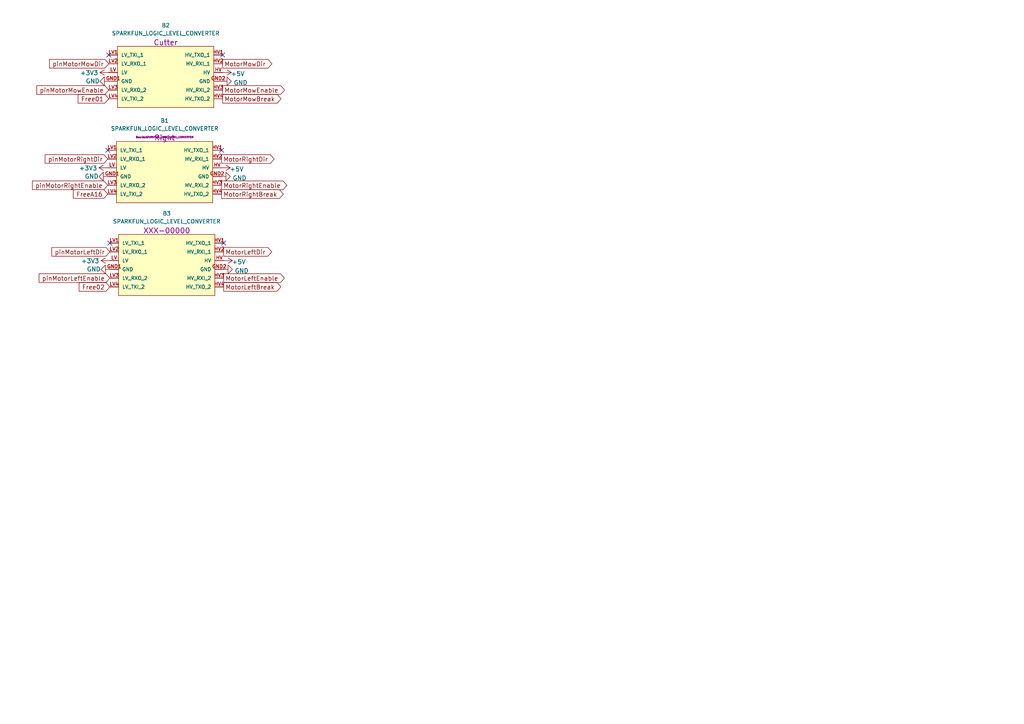
<source format=kicad_sch>
(kicad_sch (version 20211123) (generator eeschema)
  (paper "A4")
  (lib_symbols
    (symbol "SparkFun-Boards:SPARKFUN_LOGIC_LEVEL_CONVERTER" (pin_names (offset 1.016))
      (property "Reference" "B" (at -13.97 11.43 0))
      (property "Value" "SPARKFUN_LOGIC_LEVEL_CONVERTER" (at -13.97 -10.16 0))
      (property "Field4" "XXX-00000" (at 0 12.7 0))
      (symbol "SPARKFUN_LOGIC_LEVEL_CONVERTER_1_1"
        (polyline (pts (xy -13.97 -7.62) (xy -13.97 10.16) (xy 13.97 10.16) (xy 13.97 -7.62) (xy -13.97 -7.62)) (fill (type background)))
        (pin power_in line (at -16.51 0 0) (length 2.54) (name "GND") (number "GND1"))
        (pin power_in line (at 16.51 0 180) (length 2.54) (name "GND") (number "GND2"))
        (pin power_in line (at 16.51 2.54 180) (length 2.54) (name "HV") (number "HV"))
        (pin bidirectional line (at 16.51 7.62 180) (length 2.54) (name "HV_TXO_1") (number "HV1"))
        (pin bidirectional line (at 16.51 5.08 180) (length 2.54) (name "HV_RXI_1") (number "HV2"))
        (pin bidirectional line (at 16.51 -2.54 180) (length 2.54) (name "HV_RXI_2") (number "HV3"))
        (pin bidirectional line (at 16.51 -5.08 180) (length 2.54) (name "HV_TXO_2") (number "HV4"))
        (pin power_in line (at -16.51 2.54 0) (length 2.54) (name "LV") (number "LV"))
        (pin bidirectional line (at -16.51 7.62 0) (length 2.54) (name "LV_TXI_1") (number "LV1"))
        (pin bidirectional line (at -16.51 5.08 0) (length 2.54) (name "LV_RXO_1") (number "LV2"))
        (pin bidirectional line (at -16.51 -2.54 0) (length 2.54) (name "LV_RXO_2") (number "LV3"))
        (pin bidirectional line (at -16.51 -5.08 0) (length 2.54) (name "LV_TXI_2") (number "LV4"))
      )
    )
    (symbol "power:+3.3V" (power) (pin_names (offset 0))
      (property "Value" "+3.3V" (at 0 3.556 0))
      (symbol "+3.3V_0_1"
        (polyline (pts (xy -0.762 1.27) (xy 0 2.54)))
        (polyline (pts (xy 0 0) (xy 0 2.54)))
        (polyline (pts (xy 0 2.54) (xy 0.762 1.27)))
      )
      (symbol "+3.3V_1_1"
        (pin power_in line (at 0 0 90) (length 0) hide (name "+3V3") (number "1"))
      )
    )
    (symbol "power:+5V" (power) (pin_names (offset 0))
      (property "Value" "+5V" (at 0 3.556 0))
      (symbol "+5V_0_1"
        (polyline (pts (xy -0.762 1.27) (xy 0 2.54)))
        (polyline (pts (xy 0 0) (xy 0 2.54)))
        (polyline (pts (xy 0 2.54) (xy 0.762 1.27)))
      )
      (symbol "+5V_1_1"
        (pin power_in line (at 0 0 90) (length 0) hide (name "+5V") (number "1"))
      )
    )
    (symbol "power:GND" (power) (pin_names (offset 0))
      (property "Value" "GND" (at 0 -3.81 0))
      (symbol "GND_0_1"
        (polyline (pts (xy 0 0) (xy 0 -1.27) (xy 1.27 -1.27) (xy 0 -2.54) (xy -1.27 -1.27) (xy 0 -1.27)))
      )
      (symbol "GND_1_1"
        (pin power_in line (at 0 0 270) (length 0) hide (name "GND") (number "1"))
      )
    )
  )
  (no_connect (at 64.5668 15.9512))
  (no_connect (at 64.262 43.5864))
  (no_connect (at 31.5468 15.9512))
  (no_connect (at 31.242 43.5864))
  (no_connect (at 64.8716 70.5104))
  (no_connect (at 31.8516 70.5104))
  (global_label "MotorMowDir" (shape output) (at 64.5668 18.4912 0) (property "Intersheet References" "${INTERSHEET_REFS}" (effects hide)))
  (global_label "MotorRightDir" (shape output) (at 64.262 46.1264 0) (property "Intersheet References" "${INTERSHEET_REFS}" (effects hide)))
  (global_label "pinMotorRightEnable" (shape input) (at 31.242 53.7464 180) (property "Intersheet References" "${INTERSHEET_REFS}" (effects hide)))
  (global_label "pinMotorLeftEnable" (shape input) (at 31.8516 80.6704 180) (property "Intersheet References" "${INTERSHEET_REFS}" (effects hide)))
  (global_label "MotorMowEnable" (shape output) (at 64.5668 26.1112 0) (property "Intersheet References" "${INTERSHEET_REFS}" (effects hide)))
  (global_label "FreeA16" (shape input) (at 31.242 56.2864 180) (property "Intersheet References" "${INTERSHEET_REFS}" (effects hide)))
  (global_label "MotorRightBreak" (shape output) (at 64.262 56.2864 0) (property "Intersheet References" "${INTERSHEET_REFS}" (effects hide)))
  (global_label "Free02" (shape input) (at 31.8516 83.2104 180) (property "Intersheet References" "${INTERSHEET_REFS}" (effects hide)))
  (global_label "pinMotorLeftDir" (shape input) (at 31.8516 73.0504 180) (property "Intersheet References" "${INTERSHEET_REFS}" (effects hide)))
  (global_label "pinMotorRightDir" (shape input) (at 31.242 46.1264 180) (property "Intersheet References" "${INTERSHEET_REFS}" (effects hide)))
  (global_label "pinMotorMowEnable" (shape input) (at 31.5468 26.1112 180) (property "Intersheet References" "${INTERSHEET_REFS}" (effects hide)))
  (global_label "Free01" (shape input) (at 31.5468 28.6512 180) (property "Intersheet References" "${INTERSHEET_REFS}" (effects hide)))
  (global_label "MotorLeftEnable" (shape output) (at 64.8716 80.6704 0) (property "Intersheet References" "${INTERSHEET_REFS}" (effects hide)))
  (global_label "MotorLeftBreak" (shape output) (at 64.8716 83.2104 0) (property "Intersheet References" "${INTERSHEET_REFS}" (effects hide)))
  (global_label "pinMotorMowDir" (shape input) (at 31.5468 18.4912 180) (property "Intersheet References" "${INTERSHEET_REFS}" (effects hide)))
  (global_label "MotorLeftDir" (shape output) (at 64.8716 73.0504 0) (property "Intersheet References" "${INTERSHEET_REFS}" (effects hide)))
  (global_label "MotorRightEnable" (shape output) (at 64.262 53.7464 0) (property "Intersheet References" "${INTERSHEET_REFS}" (effects hide)))
  (global_label "MotorMowBreak" (shape output) (at 64.5668 28.6512 0) (property "Intersheet References" "${INTERSHEET_REFS}" (effects hide)))
  (symbol (lib_id "power:+5V") (at 64.262 48.6664 270) (unit 1)
    (property "Reference" "#PWR086" (effects hide))
    (property "Value" "+5V" (at 68.6562 49.0474 90))
  )
  (symbol (lib_id "power:GND") (at 31.5468 23.5712 270) (unit 1)
    (property "Reference" "#PWR083" (effects hide))
    (property "Value" "GND" (at 24.8412 23.5204 90) (effects (justify left)))
  )
  (symbol (lib_id "power:+5V") (at 64.5668 21.0312 270) (unit 1)
    (property "Reference" "#PWR088" (effects hide))
    (property "Value" "+5V" (at 68.961 21.4122 90))
  )
  (symbol (lib_id "SparkFun-Boards:SPARKFUN_LOGIC_LEVEL_CONVERTER") (at 48.3616 78.1304 0) (unit 1)
    (property "Reference" "B3" (at 48.3616 61.9201 0) (effects (font (size 1.143 1.143))))
    (property "Value" "SPARKFUN_LOGIC_LEVEL_CONVERTER" (at 48.3616 64.2287 0) (effects (font (size 1.143 1.143))))
    (property "Footprint" "SPARKFUN_LOGIC_LEVEL_CONVERTER" (effects hide))
    (property "Field4" "XXX-00000" (at 48.3616 66.8797 0) (effects (font (size 1.524 1.524))))
  )
  (symbol (lib_id "power:GND") (at 64.262 51.2064 90) (unit 1)
    (property "Reference" "#PWR087" (effects hide))
    (property "Value" "GND" (at 67.437 51.6402 90) (effects (justify right)))
  )
  (symbol (lib_id "power:+3.3V") (at 31.5468 21.0312 90) (unit 1)
    (property "Reference" "#PWR082" (effects hide))
    (property "Value" "+3.3V" (at 25.8572 21.1328 90))
  )
  (symbol (lib_id "power:+3.3V") (at 31.8516 75.5904 90) (unit 1)
    (property "Reference" "#PWR084" (effects hide))
    (property "Value" "+3.3V" (at 26.162 75.692 90))
  )
  (symbol (lib_id "power:GND") (at 31.8516 78.1304 270) (unit 1)
    (property "Reference" "#PWR085" (effects hide))
    (property "Value" "GND" (at 25.146 78.0796 90) (effects (justify left)))
  )
  (symbol (lib_id "power:+5V") (at 64.8716 75.5904 270) (unit 1)
    (property "Reference" "#PWR090" (effects hide))
    (property "Value" "+5V" (at 69.2658 75.9714 90))
  )
  (symbol (lib_id "power:GND") (at 64.5668 23.5712 90) (unit 1)
    (property "Reference" "#PWR089" (effects hide))
    (property "Value" "GND" (at 67.7418 24.005 90) (effects (justify right)))
  )
  (symbol (lib_id "SparkFun-Boards:SPARKFUN_LOGIC_LEVEL_CONVERTER") (at 48.0568 23.5712 0) (unit 1)
    (property "Reference" "B2" (at 48.0568 7.3609 0) (effects (font (size 1.143 1.143))))
    (property "Value" "SPARKFUN_LOGIC_LEVEL_CONVERTER" (at 48.0568 9.6695 0) (effects (font (size 1.143 1.143))))
    (property "Footprint" "Boards:SPARKFUN_LOGIC_LEVEL_CONVERTER" (effects hide))
    (property "Field4" "Cutter" (at 48.0568 12.3205 0) (effects (font (size 1.524 1.524))))
  )
  (symbol (lib_id "SparkFun-Boards:SPARKFUN_LOGIC_LEVEL_CONVERTER") (at 47.752 51.2064 0) (unit 1)
    (property "Reference" "B1" (at 47.752 34.9961 0) (effects (font (size 1.143 1.143))))
    (property "Value" "SPARKFUN_LOGIC_LEVEL_CONVERTER" (at 47.752 37.3047 0) (effects (font (size 1.143 1.143))))
    (property "Footprint" "Boards:SPARKFUN_LOGIC_LEVEL_CONVERTER" (at 47.752 39.7764 0) (effects (font (size 0.508 0.508))))
    (property "Field4" "Right" (at 47.752 39.9557 0) (effects (font (size 1.524 1.524))))
  )
  (symbol (lib_id "power:GND") (at 64.8716 78.1304 90) (unit 1)
    (property "Reference" "#PWR091" (effects hide))
    (property "Value" "GND" (at 68.0466 78.5642 90) (effects (justify right)))
  )
  (symbol (lib_id "power:+3.3V") (at 31.242 48.6664 90) (unit 1)
    (property "Reference" "#PWR080" (effects hide))
    (property "Value" "+3.3V" (at 25.5524 48.768 90))
  )
  (symbol (lib_id "power:GND") (at 31.242 51.2064 270) (unit 1)
    (property "Reference" "#PWR081" (effects hide))
    (property "Value" "GND" (at 24.5364 51.1556 90) (effects (justify left)))
  )
)
</source>
